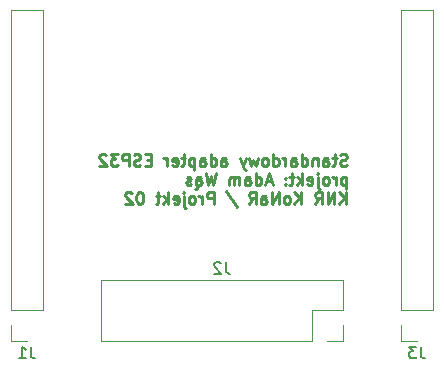
<source format=gbr>
%TF.GenerationSoftware,KiCad,Pcbnew,7.0.8*%
%TF.CreationDate,2024-01-12T13:16:21+01:00*%
%TF.ProjectId,adapter_ESP32,61646170-7465-4725-9f45-535033322e6b,rev?*%
%TF.SameCoordinates,Original*%
%TF.FileFunction,Legend,Bot*%
%TF.FilePolarity,Positive*%
%FSLAX46Y46*%
G04 Gerber Fmt 4.6, Leading zero omitted, Abs format (unit mm)*
G04 Created by KiCad (PCBNEW 7.0.8) date 2024-01-12 13:16:21*
%MOMM*%
%LPD*%
G01*
G04 APERTURE LIST*
%ADD10C,0.250000*%
%ADD11C,0.150000*%
%ADD12C,0.120000*%
G04 APERTURE END LIST*
D10*
X65177050Y-52477000D02*
X65034193Y-52524619D01*
X65034193Y-52524619D02*
X64796098Y-52524619D01*
X64796098Y-52524619D02*
X64700860Y-52477000D01*
X64700860Y-52477000D02*
X64653241Y-52429380D01*
X64653241Y-52429380D02*
X64605622Y-52334142D01*
X64605622Y-52334142D02*
X64605622Y-52238904D01*
X64605622Y-52238904D02*
X64653241Y-52143666D01*
X64653241Y-52143666D02*
X64700860Y-52096047D01*
X64700860Y-52096047D02*
X64796098Y-52048428D01*
X64796098Y-52048428D02*
X64986574Y-52000809D01*
X64986574Y-52000809D02*
X65081812Y-51953190D01*
X65081812Y-51953190D02*
X65129431Y-51905571D01*
X65129431Y-51905571D02*
X65177050Y-51810333D01*
X65177050Y-51810333D02*
X65177050Y-51715095D01*
X65177050Y-51715095D02*
X65129431Y-51619857D01*
X65129431Y-51619857D02*
X65081812Y-51572238D01*
X65081812Y-51572238D02*
X64986574Y-51524619D01*
X64986574Y-51524619D02*
X64748479Y-51524619D01*
X64748479Y-51524619D02*
X64605622Y-51572238D01*
X64319907Y-51857952D02*
X63938955Y-51857952D01*
X64177050Y-51524619D02*
X64177050Y-52381761D01*
X64177050Y-52381761D02*
X64129431Y-52477000D01*
X64129431Y-52477000D02*
X64034193Y-52524619D01*
X64034193Y-52524619D02*
X63938955Y-52524619D01*
X63177050Y-52524619D02*
X63177050Y-52000809D01*
X63177050Y-52000809D02*
X63224669Y-51905571D01*
X63224669Y-51905571D02*
X63319907Y-51857952D01*
X63319907Y-51857952D02*
X63510383Y-51857952D01*
X63510383Y-51857952D02*
X63605621Y-51905571D01*
X63177050Y-52477000D02*
X63272288Y-52524619D01*
X63272288Y-52524619D02*
X63510383Y-52524619D01*
X63510383Y-52524619D02*
X63605621Y-52477000D01*
X63605621Y-52477000D02*
X63653240Y-52381761D01*
X63653240Y-52381761D02*
X63653240Y-52286523D01*
X63653240Y-52286523D02*
X63605621Y-52191285D01*
X63605621Y-52191285D02*
X63510383Y-52143666D01*
X63510383Y-52143666D02*
X63272288Y-52143666D01*
X63272288Y-52143666D02*
X63177050Y-52096047D01*
X62700859Y-51857952D02*
X62700859Y-52524619D01*
X62700859Y-51953190D02*
X62653240Y-51905571D01*
X62653240Y-51905571D02*
X62558002Y-51857952D01*
X62558002Y-51857952D02*
X62415145Y-51857952D01*
X62415145Y-51857952D02*
X62319907Y-51905571D01*
X62319907Y-51905571D02*
X62272288Y-52000809D01*
X62272288Y-52000809D02*
X62272288Y-52524619D01*
X61367526Y-52524619D02*
X61367526Y-51524619D01*
X61367526Y-52477000D02*
X61462764Y-52524619D01*
X61462764Y-52524619D02*
X61653240Y-52524619D01*
X61653240Y-52524619D02*
X61748478Y-52477000D01*
X61748478Y-52477000D02*
X61796097Y-52429380D01*
X61796097Y-52429380D02*
X61843716Y-52334142D01*
X61843716Y-52334142D02*
X61843716Y-52048428D01*
X61843716Y-52048428D02*
X61796097Y-51953190D01*
X61796097Y-51953190D02*
X61748478Y-51905571D01*
X61748478Y-51905571D02*
X61653240Y-51857952D01*
X61653240Y-51857952D02*
X61462764Y-51857952D01*
X61462764Y-51857952D02*
X61367526Y-51905571D01*
X60462764Y-52524619D02*
X60462764Y-52000809D01*
X60462764Y-52000809D02*
X60510383Y-51905571D01*
X60510383Y-51905571D02*
X60605621Y-51857952D01*
X60605621Y-51857952D02*
X60796097Y-51857952D01*
X60796097Y-51857952D02*
X60891335Y-51905571D01*
X60462764Y-52477000D02*
X60558002Y-52524619D01*
X60558002Y-52524619D02*
X60796097Y-52524619D01*
X60796097Y-52524619D02*
X60891335Y-52477000D01*
X60891335Y-52477000D02*
X60938954Y-52381761D01*
X60938954Y-52381761D02*
X60938954Y-52286523D01*
X60938954Y-52286523D02*
X60891335Y-52191285D01*
X60891335Y-52191285D02*
X60796097Y-52143666D01*
X60796097Y-52143666D02*
X60558002Y-52143666D01*
X60558002Y-52143666D02*
X60462764Y-52096047D01*
X59986573Y-52524619D02*
X59986573Y-51857952D01*
X59986573Y-52048428D02*
X59938954Y-51953190D01*
X59938954Y-51953190D02*
X59891335Y-51905571D01*
X59891335Y-51905571D02*
X59796097Y-51857952D01*
X59796097Y-51857952D02*
X59700859Y-51857952D01*
X58938954Y-52524619D02*
X58938954Y-51524619D01*
X58938954Y-52477000D02*
X59034192Y-52524619D01*
X59034192Y-52524619D02*
X59224668Y-52524619D01*
X59224668Y-52524619D02*
X59319906Y-52477000D01*
X59319906Y-52477000D02*
X59367525Y-52429380D01*
X59367525Y-52429380D02*
X59415144Y-52334142D01*
X59415144Y-52334142D02*
X59415144Y-52048428D01*
X59415144Y-52048428D02*
X59367525Y-51953190D01*
X59367525Y-51953190D02*
X59319906Y-51905571D01*
X59319906Y-51905571D02*
X59224668Y-51857952D01*
X59224668Y-51857952D02*
X59034192Y-51857952D01*
X59034192Y-51857952D02*
X58938954Y-51905571D01*
X58319906Y-52524619D02*
X58415144Y-52477000D01*
X58415144Y-52477000D02*
X58462763Y-52429380D01*
X58462763Y-52429380D02*
X58510382Y-52334142D01*
X58510382Y-52334142D02*
X58510382Y-52048428D01*
X58510382Y-52048428D02*
X58462763Y-51953190D01*
X58462763Y-51953190D02*
X58415144Y-51905571D01*
X58415144Y-51905571D02*
X58319906Y-51857952D01*
X58319906Y-51857952D02*
X58177049Y-51857952D01*
X58177049Y-51857952D02*
X58081811Y-51905571D01*
X58081811Y-51905571D02*
X58034192Y-51953190D01*
X58034192Y-51953190D02*
X57986573Y-52048428D01*
X57986573Y-52048428D02*
X57986573Y-52334142D01*
X57986573Y-52334142D02*
X58034192Y-52429380D01*
X58034192Y-52429380D02*
X58081811Y-52477000D01*
X58081811Y-52477000D02*
X58177049Y-52524619D01*
X58177049Y-52524619D02*
X58319906Y-52524619D01*
X57653239Y-51857952D02*
X57462763Y-52524619D01*
X57462763Y-52524619D02*
X57272287Y-52048428D01*
X57272287Y-52048428D02*
X57081811Y-52524619D01*
X57081811Y-52524619D02*
X56891335Y-51857952D01*
X56605620Y-51857952D02*
X56367525Y-52524619D01*
X56129430Y-51857952D02*
X56367525Y-52524619D01*
X56367525Y-52524619D02*
X56462763Y-52762714D01*
X56462763Y-52762714D02*
X56510382Y-52810333D01*
X56510382Y-52810333D02*
X56605620Y-52857952D01*
X54558001Y-52524619D02*
X54558001Y-52000809D01*
X54558001Y-52000809D02*
X54605620Y-51905571D01*
X54605620Y-51905571D02*
X54700858Y-51857952D01*
X54700858Y-51857952D02*
X54891334Y-51857952D01*
X54891334Y-51857952D02*
X54986572Y-51905571D01*
X54558001Y-52477000D02*
X54653239Y-52524619D01*
X54653239Y-52524619D02*
X54891334Y-52524619D01*
X54891334Y-52524619D02*
X54986572Y-52477000D01*
X54986572Y-52477000D02*
X55034191Y-52381761D01*
X55034191Y-52381761D02*
X55034191Y-52286523D01*
X55034191Y-52286523D02*
X54986572Y-52191285D01*
X54986572Y-52191285D02*
X54891334Y-52143666D01*
X54891334Y-52143666D02*
X54653239Y-52143666D01*
X54653239Y-52143666D02*
X54558001Y-52096047D01*
X53653239Y-52524619D02*
X53653239Y-51524619D01*
X53653239Y-52477000D02*
X53748477Y-52524619D01*
X53748477Y-52524619D02*
X53938953Y-52524619D01*
X53938953Y-52524619D02*
X54034191Y-52477000D01*
X54034191Y-52477000D02*
X54081810Y-52429380D01*
X54081810Y-52429380D02*
X54129429Y-52334142D01*
X54129429Y-52334142D02*
X54129429Y-52048428D01*
X54129429Y-52048428D02*
X54081810Y-51953190D01*
X54081810Y-51953190D02*
X54034191Y-51905571D01*
X54034191Y-51905571D02*
X53938953Y-51857952D01*
X53938953Y-51857952D02*
X53748477Y-51857952D01*
X53748477Y-51857952D02*
X53653239Y-51905571D01*
X52748477Y-52524619D02*
X52748477Y-52000809D01*
X52748477Y-52000809D02*
X52796096Y-51905571D01*
X52796096Y-51905571D02*
X52891334Y-51857952D01*
X52891334Y-51857952D02*
X53081810Y-51857952D01*
X53081810Y-51857952D02*
X53177048Y-51905571D01*
X52748477Y-52477000D02*
X52843715Y-52524619D01*
X52843715Y-52524619D02*
X53081810Y-52524619D01*
X53081810Y-52524619D02*
X53177048Y-52477000D01*
X53177048Y-52477000D02*
X53224667Y-52381761D01*
X53224667Y-52381761D02*
X53224667Y-52286523D01*
X53224667Y-52286523D02*
X53177048Y-52191285D01*
X53177048Y-52191285D02*
X53081810Y-52143666D01*
X53081810Y-52143666D02*
X52843715Y-52143666D01*
X52843715Y-52143666D02*
X52748477Y-52096047D01*
X52272286Y-51857952D02*
X52272286Y-52857952D01*
X52272286Y-51905571D02*
X52177048Y-51857952D01*
X52177048Y-51857952D02*
X51986572Y-51857952D01*
X51986572Y-51857952D02*
X51891334Y-51905571D01*
X51891334Y-51905571D02*
X51843715Y-51953190D01*
X51843715Y-51953190D02*
X51796096Y-52048428D01*
X51796096Y-52048428D02*
X51796096Y-52334142D01*
X51796096Y-52334142D02*
X51843715Y-52429380D01*
X51843715Y-52429380D02*
X51891334Y-52477000D01*
X51891334Y-52477000D02*
X51986572Y-52524619D01*
X51986572Y-52524619D02*
X52177048Y-52524619D01*
X52177048Y-52524619D02*
X52272286Y-52477000D01*
X51510381Y-51857952D02*
X51129429Y-51857952D01*
X51367524Y-51524619D02*
X51367524Y-52381761D01*
X51367524Y-52381761D02*
X51319905Y-52477000D01*
X51319905Y-52477000D02*
X51224667Y-52524619D01*
X51224667Y-52524619D02*
X51129429Y-52524619D01*
X50415143Y-52477000D02*
X50510381Y-52524619D01*
X50510381Y-52524619D02*
X50700857Y-52524619D01*
X50700857Y-52524619D02*
X50796095Y-52477000D01*
X50796095Y-52477000D02*
X50843714Y-52381761D01*
X50843714Y-52381761D02*
X50843714Y-52000809D01*
X50843714Y-52000809D02*
X50796095Y-51905571D01*
X50796095Y-51905571D02*
X50700857Y-51857952D01*
X50700857Y-51857952D02*
X50510381Y-51857952D01*
X50510381Y-51857952D02*
X50415143Y-51905571D01*
X50415143Y-51905571D02*
X50367524Y-52000809D01*
X50367524Y-52000809D02*
X50367524Y-52096047D01*
X50367524Y-52096047D02*
X50843714Y-52191285D01*
X49938952Y-52524619D02*
X49938952Y-51857952D01*
X49938952Y-52048428D02*
X49891333Y-51953190D01*
X49891333Y-51953190D02*
X49843714Y-51905571D01*
X49843714Y-51905571D02*
X49748476Y-51857952D01*
X49748476Y-51857952D02*
X49653238Y-51857952D01*
X48557999Y-52000809D02*
X48224666Y-52000809D01*
X48081809Y-52524619D02*
X48557999Y-52524619D01*
X48557999Y-52524619D02*
X48557999Y-51524619D01*
X48557999Y-51524619D02*
X48081809Y-51524619D01*
X47700856Y-52477000D02*
X47557999Y-52524619D01*
X47557999Y-52524619D02*
X47319904Y-52524619D01*
X47319904Y-52524619D02*
X47224666Y-52477000D01*
X47224666Y-52477000D02*
X47177047Y-52429380D01*
X47177047Y-52429380D02*
X47129428Y-52334142D01*
X47129428Y-52334142D02*
X47129428Y-52238904D01*
X47129428Y-52238904D02*
X47177047Y-52143666D01*
X47177047Y-52143666D02*
X47224666Y-52096047D01*
X47224666Y-52096047D02*
X47319904Y-52048428D01*
X47319904Y-52048428D02*
X47510380Y-52000809D01*
X47510380Y-52000809D02*
X47605618Y-51953190D01*
X47605618Y-51953190D02*
X47653237Y-51905571D01*
X47653237Y-51905571D02*
X47700856Y-51810333D01*
X47700856Y-51810333D02*
X47700856Y-51715095D01*
X47700856Y-51715095D02*
X47653237Y-51619857D01*
X47653237Y-51619857D02*
X47605618Y-51572238D01*
X47605618Y-51572238D02*
X47510380Y-51524619D01*
X47510380Y-51524619D02*
X47272285Y-51524619D01*
X47272285Y-51524619D02*
X47129428Y-51572238D01*
X46700856Y-52524619D02*
X46700856Y-51524619D01*
X46700856Y-51524619D02*
X46319904Y-51524619D01*
X46319904Y-51524619D02*
X46224666Y-51572238D01*
X46224666Y-51572238D02*
X46177047Y-51619857D01*
X46177047Y-51619857D02*
X46129428Y-51715095D01*
X46129428Y-51715095D02*
X46129428Y-51857952D01*
X46129428Y-51857952D02*
X46177047Y-51953190D01*
X46177047Y-51953190D02*
X46224666Y-52000809D01*
X46224666Y-52000809D02*
X46319904Y-52048428D01*
X46319904Y-52048428D02*
X46700856Y-52048428D01*
X45796094Y-51524619D02*
X45177047Y-51524619D01*
X45177047Y-51524619D02*
X45510380Y-51905571D01*
X45510380Y-51905571D02*
X45367523Y-51905571D01*
X45367523Y-51905571D02*
X45272285Y-51953190D01*
X45272285Y-51953190D02*
X45224666Y-52000809D01*
X45224666Y-52000809D02*
X45177047Y-52096047D01*
X45177047Y-52096047D02*
X45177047Y-52334142D01*
X45177047Y-52334142D02*
X45224666Y-52429380D01*
X45224666Y-52429380D02*
X45272285Y-52477000D01*
X45272285Y-52477000D02*
X45367523Y-52524619D01*
X45367523Y-52524619D02*
X45653237Y-52524619D01*
X45653237Y-52524619D02*
X45748475Y-52477000D01*
X45748475Y-52477000D02*
X45796094Y-52429380D01*
X44796094Y-51619857D02*
X44748475Y-51572238D01*
X44748475Y-51572238D02*
X44653237Y-51524619D01*
X44653237Y-51524619D02*
X44415142Y-51524619D01*
X44415142Y-51524619D02*
X44319904Y-51572238D01*
X44319904Y-51572238D02*
X44272285Y-51619857D01*
X44272285Y-51619857D02*
X44224666Y-51715095D01*
X44224666Y-51715095D02*
X44224666Y-51810333D01*
X44224666Y-51810333D02*
X44272285Y-51953190D01*
X44272285Y-51953190D02*
X44843713Y-52524619D01*
X44843713Y-52524619D02*
X44224666Y-52524619D01*
X65129431Y-53467952D02*
X65129431Y-54467952D01*
X65129431Y-53515571D02*
X65034193Y-53467952D01*
X65034193Y-53467952D02*
X64843717Y-53467952D01*
X64843717Y-53467952D02*
X64748479Y-53515571D01*
X64748479Y-53515571D02*
X64700860Y-53563190D01*
X64700860Y-53563190D02*
X64653241Y-53658428D01*
X64653241Y-53658428D02*
X64653241Y-53944142D01*
X64653241Y-53944142D02*
X64700860Y-54039380D01*
X64700860Y-54039380D02*
X64748479Y-54087000D01*
X64748479Y-54087000D02*
X64843717Y-54134619D01*
X64843717Y-54134619D02*
X65034193Y-54134619D01*
X65034193Y-54134619D02*
X65129431Y-54087000D01*
X64224669Y-54134619D02*
X64224669Y-53467952D01*
X64224669Y-53658428D02*
X64177050Y-53563190D01*
X64177050Y-53563190D02*
X64129431Y-53515571D01*
X64129431Y-53515571D02*
X64034193Y-53467952D01*
X64034193Y-53467952D02*
X63938955Y-53467952D01*
X63462764Y-54134619D02*
X63558002Y-54087000D01*
X63558002Y-54087000D02*
X63605621Y-54039380D01*
X63605621Y-54039380D02*
X63653240Y-53944142D01*
X63653240Y-53944142D02*
X63653240Y-53658428D01*
X63653240Y-53658428D02*
X63605621Y-53563190D01*
X63605621Y-53563190D02*
X63558002Y-53515571D01*
X63558002Y-53515571D02*
X63462764Y-53467952D01*
X63462764Y-53467952D02*
X63319907Y-53467952D01*
X63319907Y-53467952D02*
X63224669Y-53515571D01*
X63224669Y-53515571D02*
X63177050Y-53563190D01*
X63177050Y-53563190D02*
X63129431Y-53658428D01*
X63129431Y-53658428D02*
X63129431Y-53944142D01*
X63129431Y-53944142D02*
X63177050Y-54039380D01*
X63177050Y-54039380D02*
X63224669Y-54087000D01*
X63224669Y-54087000D02*
X63319907Y-54134619D01*
X63319907Y-54134619D02*
X63462764Y-54134619D01*
X62700859Y-53467952D02*
X62700859Y-54325095D01*
X62700859Y-54325095D02*
X62748478Y-54420333D01*
X62748478Y-54420333D02*
X62843716Y-54467952D01*
X62843716Y-54467952D02*
X62891335Y-54467952D01*
X62700859Y-53134619D02*
X62748478Y-53182238D01*
X62748478Y-53182238D02*
X62700859Y-53229857D01*
X62700859Y-53229857D02*
X62653240Y-53182238D01*
X62653240Y-53182238D02*
X62700859Y-53134619D01*
X62700859Y-53134619D02*
X62700859Y-53229857D01*
X61843717Y-54087000D02*
X61938955Y-54134619D01*
X61938955Y-54134619D02*
X62129431Y-54134619D01*
X62129431Y-54134619D02*
X62224669Y-54087000D01*
X62224669Y-54087000D02*
X62272288Y-53991761D01*
X62272288Y-53991761D02*
X62272288Y-53610809D01*
X62272288Y-53610809D02*
X62224669Y-53515571D01*
X62224669Y-53515571D02*
X62129431Y-53467952D01*
X62129431Y-53467952D02*
X61938955Y-53467952D01*
X61938955Y-53467952D02*
X61843717Y-53515571D01*
X61843717Y-53515571D02*
X61796098Y-53610809D01*
X61796098Y-53610809D02*
X61796098Y-53706047D01*
X61796098Y-53706047D02*
X62272288Y-53801285D01*
X61367526Y-54134619D02*
X61367526Y-53134619D01*
X61272288Y-53753666D02*
X60986574Y-54134619D01*
X60986574Y-53467952D02*
X61367526Y-53848904D01*
X60700859Y-53467952D02*
X60319907Y-53467952D01*
X60558002Y-53134619D02*
X60558002Y-53991761D01*
X60558002Y-53991761D02*
X60510383Y-54087000D01*
X60510383Y-54087000D02*
X60415145Y-54134619D01*
X60415145Y-54134619D02*
X60319907Y-54134619D01*
X59986573Y-54039380D02*
X59938954Y-54087000D01*
X59938954Y-54087000D02*
X59986573Y-54134619D01*
X59986573Y-54134619D02*
X60034192Y-54087000D01*
X60034192Y-54087000D02*
X59986573Y-54039380D01*
X59986573Y-54039380D02*
X59986573Y-54134619D01*
X59986573Y-53515571D02*
X59938954Y-53563190D01*
X59938954Y-53563190D02*
X59986573Y-53610809D01*
X59986573Y-53610809D02*
X60034192Y-53563190D01*
X60034192Y-53563190D02*
X59986573Y-53515571D01*
X59986573Y-53515571D02*
X59986573Y-53610809D01*
X58796097Y-53848904D02*
X58319907Y-53848904D01*
X58891335Y-54134619D02*
X58558002Y-53134619D01*
X58558002Y-53134619D02*
X58224669Y-54134619D01*
X57462764Y-54134619D02*
X57462764Y-53134619D01*
X57462764Y-54087000D02*
X57558002Y-54134619D01*
X57558002Y-54134619D02*
X57748478Y-54134619D01*
X57748478Y-54134619D02*
X57843716Y-54087000D01*
X57843716Y-54087000D02*
X57891335Y-54039380D01*
X57891335Y-54039380D02*
X57938954Y-53944142D01*
X57938954Y-53944142D02*
X57938954Y-53658428D01*
X57938954Y-53658428D02*
X57891335Y-53563190D01*
X57891335Y-53563190D02*
X57843716Y-53515571D01*
X57843716Y-53515571D02*
X57748478Y-53467952D01*
X57748478Y-53467952D02*
X57558002Y-53467952D01*
X57558002Y-53467952D02*
X57462764Y-53515571D01*
X56558002Y-54134619D02*
X56558002Y-53610809D01*
X56558002Y-53610809D02*
X56605621Y-53515571D01*
X56605621Y-53515571D02*
X56700859Y-53467952D01*
X56700859Y-53467952D02*
X56891335Y-53467952D01*
X56891335Y-53467952D02*
X56986573Y-53515571D01*
X56558002Y-54087000D02*
X56653240Y-54134619D01*
X56653240Y-54134619D02*
X56891335Y-54134619D01*
X56891335Y-54134619D02*
X56986573Y-54087000D01*
X56986573Y-54087000D02*
X57034192Y-53991761D01*
X57034192Y-53991761D02*
X57034192Y-53896523D01*
X57034192Y-53896523D02*
X56986573Y-53801285D01*
X56986573Y-53801285D02*
X56891335Y-53753666D01*
X56891335Y-53753666D02*
X56653240Y-53753666D01*
X56653240Y-53753666D02*
X56558002Y-53706047D01*
X56081811Y-54134619D02*
X56081811Y-53467952D01*
X56081811Y-53563190D02*
X56034192Y-53515571D01*
X56034192Y-53515571D02*
X55938954Y-53467952D01*
X55938954Y-53467952D02*
X55796097Y-53467952D01*
X55796097Y-53467952D02*
X55700859Y-53515571D01*
X55700859Y-53515571D02*
X55653240Y-53610809D01*
X55653240Y-53610809D02*
X55653240Y-54134619D01*
X55653240Y-53610809D02*
X55605621Y-53515571D01*
X55605621Y-53515571D02*
X55510383Y-53467952D01*
X55510383Y-53467952D02*
X55367526Y-53467952D01*
X55367526Y-53467952D02*
X55272287Y-53515571D01*
X55272287Y-53515571D02*
X55224668Y-53610809D01*
X55224668Y-53610809D02*
X55224668Y-54134619D01*
X54081811Y-53134619D02*
X53843716Y-54134619D01*
X53843716Y-54134619D02*
X53653240Y-53420333D01*
X53653240Y-53420333D02*
X53462764Y-54134619D01*
X53462764Y-54134619D02*
X53224669Y-53134619D01*
X52415145Y-54134619D02*
X52415145Y-53610809D01*
X52415145Y-53610809D02*
X52462764Y-53515571D01*
X52462764Y-53515571D02*
X52558002Y-53467952D01*
X52558002Y-53467952D02*
X52748478Y-53467952D01*
X52748478Y-53467952D02*
X52843716Y-53515571D01*
X52415145Y-54087000D02*
X52510383Y-54134619D01*
X52510383Y-54134619D02*
X52748478Y-54134619D01*
X52748478Y-54134619D02*
X52843716Y-54087000D01*
X52843716Y-54087000D02*
X52891335Y-53991761D01*
X52891335Y-53991761D02*
X52891335Y-53896523D01*
X52891335Y-53896523D02*
X52843716Y-53801285D01*
X52843716Y-53801285D02*
X52748478Y-53753666D01*
X52748478Y-53753666D02*
X52510383Y-53753666D01*
X52510383Y-53753666D02*
X52415145Y-53706047D01*
X52415145Y-54134619D02*
X52510383Y-54229857D01*
X52510383Y-54229857D02*
X52558002Y-54325095D01*
X52558002Y-54325095D02*
X52510383Y-54420333D01*
X52510383Y-54420333D02*
X52415145Y-54467952D01*
X52415145Y-54467952D02*
X52319907Y-54467952D01*
X51986573Y-54087000D02*
X51891335Y-54134619D01*
X51891335Y-54134619D02*
X51700859Y-54134619D01*
X51700859Y-54134619D02*
X51605621Y-54087000D01*
X51605621Y-54087000D02*
X51558002Y-53991761D01*
X51558002Y-53991761D02*
X51558002Y-53944142D01*
X51558002Y-53944142D02*
X51605621Y-53848904D01*
X51605621Y-53848904D02*
X51700859Y-53801285D01*
X51700859Y-53801285D02*
X51843716Y-53801285D01*
X51843716Y-53801285D02*
X51938954Y-53753666D01*
X51938954Y-53753666D02*
X51986573Y-53658428D01*
X51986573Y-53658428D02*
X51986573Y-53610809D01*
X51986573Y-53610809D02*
X51938954Y-53515571D01*
X51938954Y-53515571D02*
X51843716Y-53467952D01*
X51843716Y-53467952D02*
X51700859Y-53467952D01*
X51700859Y-53467952D02*
X51605621Y-53515571D01*
X65129431Y-55744619D02*
X65129431Y-54744619D01*
X64558003Y-55744619D02*
X64986574Y-55173190D01*
X64558003Y-54744619D02*
X65129431Y-55316047D01*
X64129431Y-55744619D02*
X64129431Y-54744619D01*
X64129431Y-54744619D02*
X63558003Y-55744619D01*
X63558003Y-55744619D02*
X63558003Y-54744619D01*
X62510384Y-55744619D02*
X62843717Y-55268428D01*
X63081812Y-55744619D02*
X63081812Y-54744619D01*
X63081812Y-54744619D02*
X62700860Y-54744619D01*
X62700860Y-54744619D02*
X62605622Y-54792238D01*
X62605622Y-54792238D02*
X62558003Y-54839857D01*
X62558003Y-54839857D02*
X62510384Y-54935095D01*
X62510384Y-54935095D02*
X62510384Y-55077952D01*
X62510384Y-55077952D02*
X62558003Y-55173190D01*
X62558003Y-55173190D02*
X62605622Y-55220809D01*
X62605622Y-55220809D02*
X62700860Y-55268428D01*
X62700860Y-55268428D02*
X63081812Y-55268428D01*
X61319907Y-55744619D02*
X61319907Y-54744619D01*
X60748479Y-55744619D02*
X61177050Y-55173190D01*
X60748479Y-54744619D02*
X61319907Y-55316047D01*
X60177050Y-55744619D02*
X60272288Y-55697000D01*
X60272288Y-55697000D02*
X60319907Y-55649380D01*
X60319907Y-55649380D02*
X60367526Y-55554142D01*
X60367526Y-55554142D02*
X60367526Y-55268428D01*
X60367526Y-55268428D02*
X60319907Y-55173190D01*
X60319907Y-55173190D02*
X60272288Y-55125571D01*
X60272288Y-55125571D02*
X60177050Y-55077952D01*
X60177050Y-55077952D02*
X60034193Y-55077952D01*
X60034193Y-55077952D02*
X59938955Y-55125571D01*
X59938955Y-55125571D02*
X59891336Y-55173190D01*
X59891336Y-55173190D02*
X59843717Y-55268428D01*
X59843717Y-55268428D02*
X59843717Y-55554142D01*
X59843717Y-55554142D02*
X59891336Y-55649380D01*
X59891336Y-55649380D02*
X59938955Y-55697000D01*
X59938955Y-55697000D02*
X60034193Y-55744619D01*
X60034193Y-55744619D02*
X60177050Y-55744619D01*
X59415145Y-55744619D02*
X59415145Y-54744619D01*
X59415145Y-54744619D02*
X58843717Y-55744619D01*
X58843717Y-55744619D02*
X58843717Y-54744619D01*
X57938955Y-55744619D02*
X57938955Y-55220809D01*
X57938955Y-55220809D02*
X57986574Y-55125571D01*
X57986574Y-55125571D02*
X58081812Y-55077952D01*
X58081812Y-55077952D02*
X58272288Y-55077952D01*
X58272288Y-55077952D02*
X58367526Y-55125571D01*
X57938955Y-55697000D02*
X58034193Y-55744619D01*
X58034193Y-55744619D02*
X58272288Y-55744619D01*
X58272288Y-55744619D02*
X58367526Y-55697000D01*
X58367526Y-55697000D02*
X58415145Y-55601761D01*
X58415145Y-55601761D02*
X58415145Y-55506523D01*
X58415145Y-55506523D02*
X58367526Y-55411285D01*
X58367526Y-55411285D02*
X58272288Y-55363666D01*
X58272288Y-55363666D02*
X58034193Y-55363666D01*
X58034193Y-55363666D02*
X57938955Y-55316047D01*
X56891336Y-55744619D02*
X57224669Y-55268428D01*
X57462764Y-55744619D02*
X57462764Y-54744619D01*
X57462764Y-54744619D02*
X57081812Y-54744619D01*
X57081812Y-54744619D02*
X56986574Y-54792238D01*
X56986574Y-54792238D02*
X56938955Y-54839857D01*
X56938955Y-54839857D02*
X56891336Y-54935095D01*
X56891336Y-54935095D02*
X56891336Y-55077952D01*
X56891336Y-55077952D02*
X56938955Y-55173190D01*
X56938955Y-55173190D02*
X56986574Y-55220809D01*
X56986574Y-55220809D02*
X57081812Y-55268428D01*
X57081812Y-55268428D02*
X57462764Y-55268428D01*
X54986574Y-54697000D02*
X55843716Y-55982714D01*
X53891335Y-55744619D02*
X53891335Y-54744619D01*
X53891335Y-54744619D02*
X53510383Y-54744619D01*
X53510383Y-54744619D02*
X53415145Y-54792238D01*
X53415145Y-54792238D02*
X53367526Y-54839857D01*
X53367526Y-54839857D02*
X53319907Y-54935095D01*
X53319907Y-54935095D02*
X53319907Y-55077952D01*
X53319907Y-55077952D02*
X53367526Y-55173190D01*
X53367526Y-55173190D02*
X53415145Y-55220809D01*
X53415145Y-55220809D02*
X53510383Y-55268428D01*
X53510383Y-55268428D02*
X53891335Y-55268428D01*
X52891335Y-55744619D02*
X52891335Y-55077952D01*
X52891335Y-55268428D02*
X52843716Y-55173190D01*
X52843716Y-55173190D02*
X52796097Y-55125571D01*
X52796097Y-55125571D02*
X52700859Y-55077952D01*
X52700859Y-55077952D02*
X52605621Y-55077952D01*
X52129430Y-55744619D02*
X52224668Y-55697000D01*
X52224668Y-55697000D02*
X52272287Y-55649380D01*
X52272287Y-55649380D02*
X52319906Y-55554142D01*
X52319906Y-55554142D02*
X52319906Y-55268428D01*
X52319906Y-55268428D02*
X52272287Y-55173190D01*
X52272287Y-55173190D02*
X52224668Y-55125571D01*
X52224668Y-55125571D02*
X52129430Y-55077952D01*
X52129430Y-55077952D02*
X51986573Y-55077952D01*
X51986573Y-55077952D02*
X51891335Y-55125571D01*
X51891335Y-55125571D02*
X51843716Y-55173190D01*
X51843716Y-55173190D02*
X51796097Y-55268428D01*
X51796097Y-55268428D02*
X51796097Y-55554142D01*
X51796097Y-55554142D02*
X51843716Y-55649380D01*
X51843716Y-55649380D02*
X51891335Y-55697000D01*
X51891335Y-55697000D02*
X51986573Y-55744619D01*
X51986573Y-55744619D02*
X52129430Y-55744619D01*
X51367525Y-55077952D02*
X51367525Y-55935095D01*
X51367525Y-55935095D02*
X51415144Y-56030333D01*
X51415144Y-56030333D02*
X51510382Y-56077952D01*
X51510382Y-56077952D02*
X51558001Y-56077952D01*
X51367525Y-54744619D02*
X51415144Y-54792238D01*
X51415144Y-54792238D02*
X51367525Y-54839857D01*
X51367525Y-54839857D02*
X51319906Y-54792238D01*
X51319906Y-54792238D02*
X51367525Y-54744619D01*
X51367525Y-54744619D02*
X51367525Y-54839857D01*
X50510383Y-55697000D02*
X50605621Y-55744619D01*
X50605621Y-55744619D02*
X50796097Y-55744619D01*
X50796097Y-55744619D02*
X50891335Y-55697000D01*
X50891335Y-55697000D02*
X50938954Y-55601761D01*
X50938954Y-55601761D02*
X50938954Y-55220809D01*
X50938954Y-55220809D02*
X50891335Y-55125571D01*
X50891335Y-55125571D02*
X50796097Y-55077952D01*
X50796097Y-55077952D02*
X50605621Y-55077952D01*
X50605621Y-55077952D02*
X50510383Y-55125571D01*
X50510383Y-55125571D02*
X50462764Y-55220809D01*
X50462764Y-55220809D02*
X50462764Y-55316047D01*
X50462764Y-55316047D02*
X50938954Y-55411285D01*
X50034192Y-55744619D02*
X50034192Y-54744619D01*
X49938954Y-55363666D02*
X49653240Y-55744619D01*
X49653240Y-55077952D02*
X50034192Y-55458904D01*
X49367525Y-55077952D02*
X48986573Y-55077952D01*
X49224668Y-54744619D02*
X49224668Y-55601761D01*
X49224668Y-55601761D02*
X49177049Y-55697000D01*
X49177049Y-55697000D02*
X49081811Y-55744619D01*
X49081811Y-55744619D02*
X48986573Y-55744619D01*
X47700858Y-54744619D02*
X47605620Y-54744619D01*
X47605620Y-54744619D02*
X47510382Y-54792238D01*
X47510382Y-54792238D02*
X47462763Y-54839857D01*
X47462763Y-54839857D02*
X47415144Y-54935095D01*
X47415144Y-54935095D02*
X47367525Y-55125571D01*
X47367525Y-55125571D02*
X47367525Y-55363666D01*
X47367525Y-55363666D02*
X47415144Y-55554142D01*
X47415144Y-55554142D02*
X47462763Y-55649380D01*
X47462763Y-55649380D02*
X47510382Y-55697000D01*
X47510382Y-55697000D02*
X47605620Y-55744619D01*
X47605620Y-55744619D02*
X47700858Y-55744619D01*
X47700858Y-55744619D02*
X47796096Y-55697000D01*
X47796096Y-55697000D02*
X47843715Y-55649380D01*
X47843715Y-55649380D02*
X47891334Y-55554142D01*
X47891334Y-55554142D02*
X47938953Y-55363666D01*
X47938953Y-55363666D02*
X47938953Y-55125571D01*
X47938953Y-55125571D02*
X47891334Y-54935095D01*
X47891334Y-54935095D02*
X47843715Y-54839857D01*
X47843715Y-54839857D02*
X47796096Y-54792238D01*
X47796096Y-54792238D02*
X47700858Y-54744619D01*
X46986572Y-54839857D02*
X46938953Y-54792238D01*
X46938953Y-54792238D02*
X46843715Y-54744619D01*
X46843715Y-54744619D02*
X46605620Y-54744619D01*
X46605620Y-54744619D02*
X46510382Y-54792238D01*
X46510382Y-54792238D02*
X46462763Y-54839857D01*
X46462763Y-54839857D02*
X46415144Y-54935095D01*
X46415144Y-54935095D02*
X46415144Y-55030333D01*
X46415144Y-55030333D02*
X46462763Y-55173190D01*
X46462763Y-55173190D02*
X47034191Y-55744619D01*
X47034191Y-55744619D02*
X46415144Y-55744619D01*
D11*
X54943333Y-60668819D02*
X54943333Y-61383104D01*
X54943333Y-61383104D02*
X54990952Y-61525961D01*
X54990952Y-61525961D02*
X55086190Y-61621200D01*
X55086190Y-61621200D02*
X55229047Y-61668819D01*
X55229047Y-61668819D02*
X55324285Y-61668819D01*
X54514761Y-60764057D02*
X54467142Y-60716438D01*
X54467142Y-60716438D02*
X54371904Y-60668819D01*
X54371904Y-60668819D02*
X54133809Y-60668819D01*
X54133809Y-60668819D02*
X54038571Y-60716438D01*
X54038571Y-60716438D02*
X53990952Y-60764057D01*
X53990952Y-60764057D02*
X53943333Y-60859295D01*
X53943333Y-60859295D02*
X53943333Y-60954533D01*
X53943333Y-60954533D02*
X53990952Y-61097390D01*
X53990952Y-61097390D02*
X54562380Y-61668819D01*
X54562380Y-61668819D02*
X53943333Y-61668819D01*
X38433333Y-67824819D02*
X38433333Y-68539104D01*
X38433333Y-68539104D02*
X38480952Y-68681961D01*
X38480952Y-68681961D02*
X38576190Y-68777200D01*
X38576190Y-68777200D02*
X38719047Y-68824819D01*
X38719047Y-68824819D02*
X38814285Y-68824819D01*
X37433333Y-68824819D02*
X38004761Y-68824819D01*
X37719047Y-68824819D02*
X37719047Y-67824819D01*
X37719047Y-67824819D02*
X37814285Y-67967676D01*
X37814285Y-67967676D02*
X37909523Y-68062914D01*
X37909523Y-68062914D02*
X38004761Y-68110533D01*
X71453333Y-67824819D02*
X71453333Y-68539104D01*
X71453333Y-68539104D02*
X71500952Y-68681961D01*
X71500952Y-68681961D02*
X71596190Y-68777200D01*
X71596190Y-68777200D02*
X71739047Y-68824819D01*
X71739047Y-68824819D02*
X71834285Y-68824819D01*
X71072380Y-67824819D02*
X70453333Y-67824819D01*
X70453333Y-67824819D02*
X70786666Y-68205771D01*
X70786666Y-68205771D02*
X70643809Y-68205771D01*
X70643809Y-68205771D02*
X70548571Y-68253390D01*
X70548571Y-68253390D02*
X70500952Y-68301009D01*
X70500952Y-68301009D02*
X70453333Y-68396247D01*
X70453333Y-68396247D02*
X70453333Y-68634342D01*
X70453333Y-68634342D02*
X70500952Y-68729580D01*
X70500952Y-68729580D02*
X70548571Y-68777200D01*
X70548571Y-68777200D02*
X70643809Y-68824819D01*
X70643809Y-68824819D02*
X70929523Y-68824819D01*
X70929523Y-68824819D02*
X71024761Y-68777200D01*
X71024761Y-68777200D02*
X71072380Y-68729580D01*
D12*
%TO.C,J2*%
X64830000Y-67370000D02*
X64830000Y-66040000D01*
X63500000Y-67370000D02*
X64830000Y-67370000D01*
X62230000Y-67370000D02*
X44390000Y-67370000D01*
X62230000Y-67370000D02*
X62230000Y-64770000D01*
X44390000Y-67370000D02*
X44390000Y-62170000D01*
X64830000Y-64770000D02*
X64830000Y-62170000D01*
X62230000Y-64770000D02*
X64830000Y-64770000D01*
X64830000Y-62170000D02*
X44390000Y-62170000D01*
%TO.C,J1*%
X36770000Y-39310000D02*
X39430000Y-39310000D01*
X36770000Y-64770000D02*
X36770000Y-39310000D01*
X36770000Y-64770000D02*
X39430000Y-64770000D01*
X36770000Y-66040000D02*
X36770000Y-67370000D01*
X36770000Y-67370000D02*
X38100000Y-67370000D01*
X39430000Y-64770000D02*
X39430000Y-39310000D01*
%TO.C,J3*%
X69790000Y-39310000D02*
X72450000Y-39310000D01*
X69790000Y-64770000D02*
X69790000Y-39310000D01*
X69790000Y-64770000D02*
X72450000Y-64770000D01*
X69790000Y-66040000D02*
X69790000Y-67370000D01*
X69790000Y-67370000D02*
X71120000Y-67370000D01*
X72450000Y-64770000D02*
X72450000Y-39310000D01*
%TD*%
M02*

</source>
